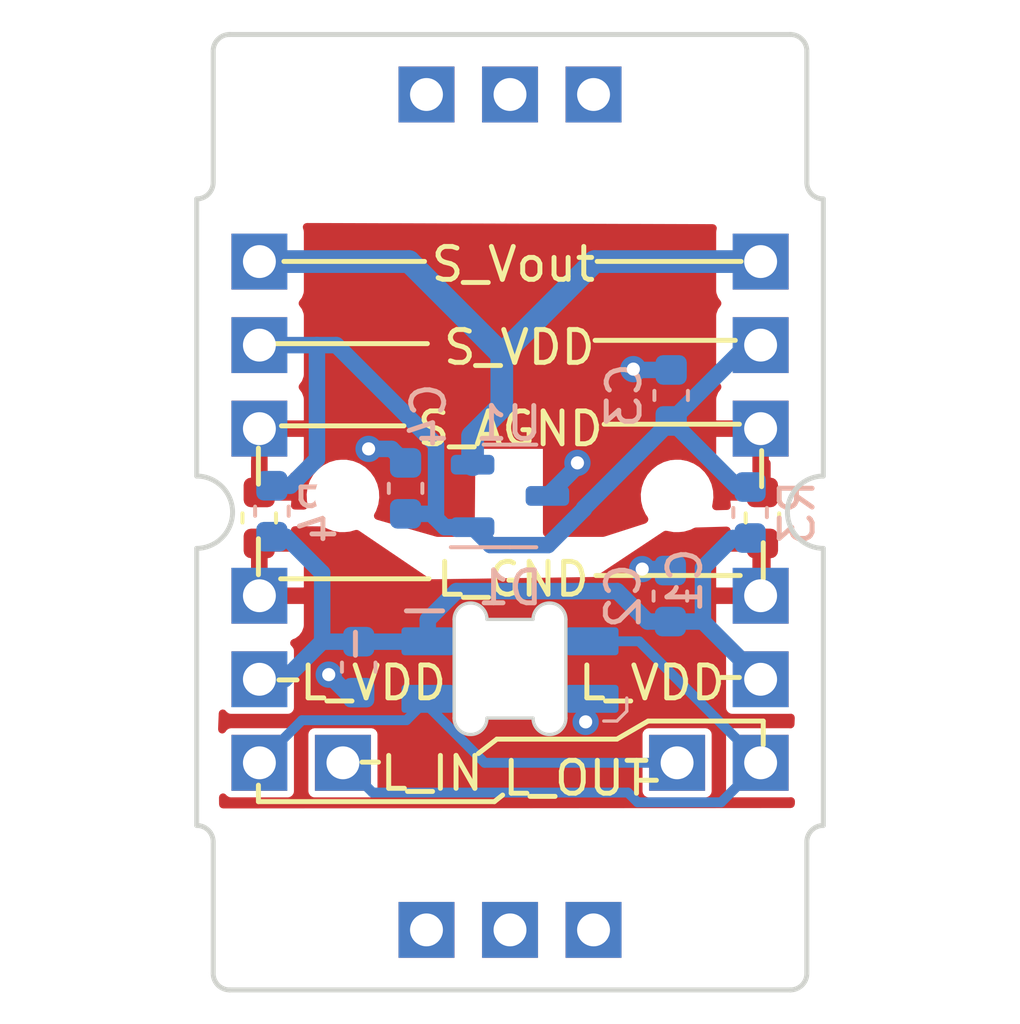
<source format=kicad_pcb>
(kicad_pcb (version 20221018) (generator pcbnew)
  (layers (0 "F.Cu" power) (31 "B.Cu" mixed) (34 "B.Paste" user) (35 "F.Paste" user) (36 "B.SilkS" user "B.Silkscreen") (37 "F.SilkS" user "F.Silkscreen") (38 "B.Mask" user) (39 "F.Mask" user) (44 "Edge.Cuts" user))
  (net 0 "")
  (net 1 "GNDA")
  (net 2 "VDDA")
  (net 3 "GNDD")
  (net 4 "VDD")
  (net 5 "LED_IN")
  (net 6 "LED_OUT")
  (net 7 "Vout")
  (footprint "MountingHole:MountingHole_2.2mm_M2" (layer "F.Cu") (at 106.025 111.525)
    (fp_text reference "H2" hide)
    (fp_text value "MountingHole_2.2mm_M2")
    (pad "" np_thru_hole circle (at 0 0) (size 2.2 2.2) (drill 2.2) (layers "*.Cu" "*.Mask"))
  )
  (footprint "Capacitor_SMD:C_0603_1608Metric" (layer "F.Cu") (at 92.375 100.175 90)
    (fp_text reference "R2" hide)
    (fp_text value "R")
    (fp_line (start -0.14058 -0.51) (end 0.14058 -0.51) (stroke (width 0.12)) (layer "F.SilkS"))
    (fp_line (start -0.14058 0.51) (end 0.14058 0.51) (stroke (width 0.12)) (layer "F.SilkS"))
    (pad "1" smd roundrect (at -0.775 0 90) (size 0.9 0.95) (layers "F.Cu" "F.Paste" "F.Mask") (net 3 "GNDD"))
    (pad "2" smd roundrect (at 0.775 0 90) (size 0.9 0.95) (layers "F.Cu" "F.Paste" "F.Mask") (net 1 "GNDA"))
  )
  (footprint "" (layer "F.Cu") (at 97.46 87.3)
    (fp_text reference "" (at 0 0) (layer "F.SilkS") (effects (font (size 1.27 1.27))))
    (fp_text value "" (at 0 0) (layer "F.SilkS") (effects (font (size 1.27 1.27))))
    (pad "1" thru_hole rect (at 0 0) (size 1.7 1.7) (drill 1) (layers "*.Cu" "*.Mask"))
  )
  (footprint "" (layer "F.Cu") (at 100 112.7 90)
    (fp_text reference "" (at 0 0 90) (layer "F.SilkS") (effects (font (size 1.27 1.27))))
    (fp_text value "" (at 0 0 90) (layer "F.SilkS") (effects (font (size 1.27 1.27))))
    (pad "1" thru_hole rect (at 0 0 90) (size 1.7 1.7) (drill 1) (layers "*.Cu" "*.Mask"))
  )
  (footprint "Capacitor_SMD:C_0603_1608Metric" (layer "F.Cu") (at 107.675 100.175 90)
    (fp_text reference "R1" hide)
    (fp_text value "R")
    (fp_line (start -0.14058 -0.51) (end 0.14058 -0.51) (stroke (width 0.12)) (layer "F.SilkS"))
    (fp_line (start -0.14058 0.51) (end 0.14058 0.51) (stroke (width 0.12)) (layer "F.SilkS"))
    (pad "1" smd roundrect (at -0.775 0 90) (size 0.9 0.95) (layers "F.Cu" "F.Paste" "F.Mask") (net 3 "GNDD"))
    (pad "2" smd roundrect (at 0.775 0 90) (size 0.9 0.95) (layers "F.Cu" "F.Paste" "F.Mask") (net 1 "GNDA"))
  )
  (footprint "" (layer "F.Cu") (at 100 87.3)
    (fp_text reference "" (at 0 0) (layer "F.SilkS") (effects (font (size 1.27 1.27))))
    (fp_text value "" (at 0 0) (layer "F.SilkS") (effects (font (size 1.27 1.27))))
    (pad "1" thru_hole rect (at 0 0) (size 1.7 1.7) (drill 1) (layers "*.Cu" "*.Mask"))
  )
  (footprint "Button_Switch_Keyboard:SW_Lekker_MX_1.00u_PCB" (layer "F.Cu") (at 100 99.505433 180)
    (fp_text reference "SW" hide)
    (fp_text value "SW_Lekker_MX_1.00u_PCB")
    (pad "" np_thru_hole circle (at -5.08 0 180) (size 1.7 1.7) (drill 1.7) (layers "*.Cu" "*.Mask"))
    (pad "" np_thru_hole circle (at 5.08 0 180) (size 1.7 1.7) (drill 1.7) (layers "*.Cu" "*.Mask"))
  )
  (footprint "" (layer "F.Cu") (at 102.54 112.7)
    (fp_text reference "" (at 0 0) (layer "F.SilkS") (effects (font (size 1.27 1.27))))
    (fp_text value "" (at 0 0) (layer "F.SilkS") (effects (font (size 1.27 1.27))))
    (pad "1" thru_hole rect (at 0 0 90) (size 1.7 1.7) (drill 1) (layers "*.Cu" "*.Mask"))
  )
  (footprint "MountingHole:MountingHole_2.2mm_M2" (layer "F.Cu") (at 106.025 88.475)
    (fp_text reference "H2" hide)
    (fp_text value "MountingHole_2.2mm_M2")
    (pad "" np_thru_hole circle (at 0 0) (size 2.2 2.2) (drill 2.2) (layers "*.Cu" "*.Mask"))
  )
  (footprint "MountingHole:MountingHole_2.2mm_M2" (layer "F.Cu") (at 93.975 88.475)
    (fp_text reference "H1" hide)
    (fp_text value "MountingHole_2.2mm_M2")
    (pad "" np_thru_hole circle (at 0 0) (size 2.2 2.2) (drill 2.2) (layers "*.Cu" "*.Mask"))
  )
  (footprint "MountingHole:MountingHole_2.2mm_M2" (layer "F.Cu") (at 93.975 111.525)
    (fp_text reference "H1" hide)
    (fp_text value "MountingHole_2.2mm_M2")
    (pad "" np_thru_hole circle (at 0 0) (size 2.2 2.2) (drill 2.2) (layers "*.Cu" "*.Mask"))
  )
  (footprint "Panelization:mouse-bite-19mm" (layer "F.Cu") (at 100 109.525)
    (fp_text reference "MOUSE2" hide)
    (fp_text value "mouse-bite-19mm" hide)
    (pad "" np_thru_hole circle (at -8.25 0) (size 0.5 0.5) (drill 0.5) (layers "*.Cu" "*.Mask"))
    (pad "" np_thru_hole circle (at -7.5 0) (size 0.5 0.5) (drill 0.5) (layers "*.Cu" "*.Mask"))
    (pad "" np_thru_hole circle (at -6.75 0) (size 0.5 0.5) (drill 0.5) (layers "*.Cu" "*.Mask"))
    (pad "" np_thru_hole circle (at -6 0) (size 0.5 0.5) (drill 0.5) (layers "*.Cu" "*.Mask"))
    (pad "" np_thru_hole circle (at -5.25 0) (size 0.5 0.5) (drill 0.5) (layers "*.Cu" "*.Mask"))
    (pad "" np_thru_hole circle (at -4.5 0) (size 0.5 0.5) (drill 0.5) (layers "*.Cu" "*.Mask"))
    (pad "" np_thru_hole circle (at -3.75 0) (size 0.5 0.5) (drill 0.5) (layers "*.Cu" "*.Mask"))
    (pad "" np_thru_hole circle (at -3 0) (size 0.5 0.5) (drill 0.5) (layers "*.Cu" "*.Mask"))
    (pad "" np_thru_hole circle (at -2.25 0) (size 0.5 0.5) (drill 0.5) (layers "*.Cu" "*.Mask"))
    (pad "" np_thru_hole circle (at -1.5 0) (size 0.5 0.5) (drill 0.5) (layers "*.Cu" "*.Mask"))
    (pad "" np_thru_hole circle (at -0.75 0) (size 0.5 0.5) (drill 0.5) (layers "*.Cu" "*.Mask"))
    (pad "" np_thru_hole circle (at 0 0) (size 0.5 0.5) (drill 0.5) (layers "*.Cu" "*.Mask"))
    (pad "" np_thru_hole circle (at 0.75 0) (size 0.5 0.5) (drill 0.5) (layers "*.Cu" "*.Mask"))
    (pad "" np_thru_hole circle (at 1.5 0) (size 0.5 0.5) (drill 0.5) (layers "*.Cu" "*.Mask"))
    (pad "" np_thru_hole circle (at 2.25 0) (size 0.5 0.5) (drill 0.5) (layers "*.Cu" "*.Mask"))
    (pad "" np_thru_hole circle (at 3 0) (size 0.5 0.5) (drill 0.5) (layers "*.Cu" "*.Mask"))
    (pad "" np_thru_hole circle (at 3.75 0) (size 0.5 0.5) (drill 0.5) (layers "*.Cu" "*.Mask"))
    (pad "" np_thru_hole circle (at 4.5 0) (size 0.5 0.5) (drill 0.5) (layers "*.Cu" "*.Mask"))
    (pad "" np_thru_hole circle (at 5.25 0) (size 0.5 0.5) (drill 0.5) (layers "*.Cu" "*.Mask"))
    (pad "" np_thru_hole circle (at 6 0) (size 0.5 0.5) (drill 0.5) (layers "*.Cu" "*.Mask"))
    (pad "" np_thru_hole circle (at 6.75 0) (size 0.5 0.5) (drill 0.5) (layers "*.Cu" "*.Mask"))
    (pad "" np_thru_hole circle (at 7.5 0) (size 0.5 0.5) (drill 0.5) (layers "*.Cu" "*.Mask"))
    (pad "" np_thru_hole circle (at 8.25 0) (size 0.5 0.5) (drill 0.5) (layers "*.Cu" "*.Mask"))
  )
  (footprint "" (layer "F.Cu") (at 97.46 112.7)
    (fp_text reference "" (at 0 0) (layer "F.SilkS") (effects (font (size 1.27 1.27))))
    (fp_text value "" (at 0 0) (layer "F.SilkS") (effects (font (size 1.27 1.27))))
    (pad "1" thru_hole rect (at 0 0 90) (size 1.7 1.7) (drill 1) (layers "*.Cu" "*.Mask"))
  )
  (footprint "Panelization:mouse-bite-19mm" (layer "F.Cu") (at 99.9746 90.475)
    (fp_text reference "MOUSE1" hide)
    (fp_text value "mouse-bite-19mm" hide)
    (pad "" np_thru_hole circle (at -8.25 0) (size 0.5 0.5) (drill 0.5) (layers "*.Cu" "*.Mask"))
    (pad "" np_thru_hole circle (at -7.5 0) (size 0.5 0.5) (drill 0.5) (layers "*.Cu" "*.Mask"))
    (pad "" np_thru_hole circle (at -6.75 0) (size 0.5 0.5) (drill 0.5) (layers "*.Cu" "*.Mask"))
    (pad "" np_thru_hole circle (at -6 0) (size 0.5 0.5) (drill 0.5) (layers "*.Cu" "*.Mask"))
    (pad "" np_thru_hole circle (at -5.25 0) (size 0.5 0.5) (drill 0.5) (layers "*.Cu" "*.Mask"))
    (pad "" np_thru_hole circle (at -4.5 0) (size 0.5 0.5) (drill 0.5) (layers "*.Cu" "*.Mask"))
    (pad "" np_thru_hole circle (at -3.75 0) (size 0.5 0.5) (drill 0.5) (layers "*.Cu" "*.Mask"))
    (pad "" np_thru_hole circle (at -3 0) (size 0.5 0.5) (drill 0.5) (layers "*.Cu" "*.Mask"))
    (pad "" np_thru_hole circle (at -2.25 0) (size 0.5 0.5) (drill 0.5) (layers "*.Cu" "*.Mask"))
    (pad "" np_thru_hole circle (at -1.5 0) (size 0.5 0.5) (drill 0.5) (layers "*.Cu" "*.Mask"))
    (pad "" np_thru_hole circle (at -0.75 0) (size 0.5 0.5) (drill 0.5) (layers "*.Cu" "*.Mask"))
    (pad "" np_thru_hole circle (at 0 0) (size 0.5 0.5) (drill 0.5) (layers "*.Cu" "*.Mask"))
    (pad "" np_thru_hole circle (at 0.75 0) (size 0.5 0.5) (drill 0.5) (layers "*.Cu" "*.Mask"))
    (pad "" np_thru_hole circle (at 1.5 0) (size 0.5 0.5) (drill 0.5) (layers "*.Cu" "*.Mask"))
    (pad "" np_thru_hole circle (at 2.25 0) (size 0.5 0.5) (drill 0.5) (layers "*.Cu" "*.Mask"))
    (pad "" np_thru_hole circle (at 3 0) (size 0.5 0.5) (drill 0.5) (layers "*.Cu" "*.Mask"))
    (pad "" np_thru_hole circle (at 3.75 0) (size 0.5 0.5) (drill 0.5) (layers "*.Cu" "*.Mask"))
    (pad "" np_thru_hole circle (at 4.5 0) (size 0.5 0.5) (drill 0.5) (layers "*.Cu" "*.Mask"))
    (pad "" np_thru_hole circle (at 5.25 0) (size 0.5 0.5) (drill 0.5) (layers "*.Cu" "*.Mask"))
    (pad "" np_thru_hole circle (at 6 0) (size 0.5 0.5) (drill 0.5) (layers "*.Cu" "*.Mask"))
    (pad "" np_thru_hole circle (at 6.75 0) (size 0.5 0.5) (drill 0.5) (layers "*.Cu" "*.Mask"))
    (pad "" np_thru_hole circle (at 7.5 0) (size 0.5 0.5) (drill 0.5) (layers "*.Cu" "*.Mask"))
    (pad "" np_thru_hole circle (at 8.25 0) (size 0.5 0.5) (drill 0.5) (layers "*.Cu" "*.Mask"))
  )
  (footprint "" (layer "F.Cu") (at 102.54 87.3)
    (fp_text reference "" (at 0 0) (layer "F.SilkS") (effects (font (size 1.27 1.27))))
    (fp_text value "" (at 0 0) (layer "F.SilkS") (effects (font (size 1.27 1.27))))
    (pad "1" thru_hole rect (at 0 0) (size 1.7 1.7) (drill 1) (layers "*.Cu" "*.Mask"))
  )
  (footprint "Connector_PinHeader_2.54mm:PinHeader_1x01_P2.54mm_Vertical" (layer "B.Cu") (at 107.62 92.38 180)
    (fp_text reference "J9" hide)
    (fp_text value "Conn_01x01_Pin")
    (pad "1" thru_hole rect (at 0 0 180) (size 1.7 1.7) (drill 1) (layers "*.Cu" "*.Mask") (net 7 "Vout"))
  )
  (footprint "Connector_PinHeader_2.54mm:PinHeader_1x01_P2.54mm_Vertical" (layer "B.Cu") (at 107.62 94.92 180)
    (fp_text reference "J6" hide)
    (fp_text value "Conn_01x01_Pin")
    (pad "1" thru_hole rect (at 0 0 180) (size 1.7 1.7) (drill 1) (layers "*.Cu" "*.Mask") (net 2 "VDDA"))
  )
  (footprint "Connector_PinHeader_2.54mm:PinHeader_1x01_P2.54mm_Vertical" (layer "B.Cu") (at 92.38 105.08 180)
    (fp_text reference "J2" hide)
    (fp_text value "Conn_01x01_Pin")
    (pad "1" thru_hole rect (at 0 0 180) (size 1.7 1.7) (drill 1) (layers "*.Cu" "*.Mask") (net 4 "VDD"))
  )
  (footprint "Connector_PinHeader_2.54mm:PinHeader_1x01_P2.54mm_Vertical" (layer "B.Cu") (at 92.38 102.54 180)
    (fp_text reference "J8" hide)
    (fp_text value "Conn_01x01_Pin")
    (pad "1" thru_hole rect (at 0 0 180) (size 1.7 1.7) (drill 1) (layers "*.Cu" "*.Mask") (net 3 "GNDD"))
  )
  (footprint "Connector_PinHeader_2.54mm:PinHeader_1x01_P2.54mm_Vertical" (layer "B.Cu") (at 92.38 107.62 180)
    (fp_text reference "J12" hide)
    (fp_text value "Conn_01x01_Pin")
    (pad "1" thru_hole rect (at 0 0 180) (size 1.7 1.7) (drill 1) (layers "*.Cu" "*.Mask") (net 6 "LED_OUT"))
  )
  (footprint "Capacitor_SMD:C_0603_1608Metric" (layer "B.Cu") (at 104.9 96.45 -90)
    (fp_text reference "C3" (at 0 1.43 90) (layer "B.SilkS") (effects (justify mirror)))
    (fp_text value "10u")
    (fp_line (start -0.14058 -0.51) (end 0.14058 -0.51) (stroke (width 0.12)) (layer "B.SilkS"))
    (fp_line (start -0.14058 0.51) (end 0.14058 0.51) (stroke (width 0.12)) (layer "B.SilkS"))
    (pad "1" smd roundrect (at -0.775 0 270) (size 0.9 0.95) (layers "B.Cu" "B.Paste" "B.Mask") (net 1 "GNDA"))
    (pad "2" smd roundrect (at 0.775 0 270) (size 0.9 0.95) (layers "B.Cu" "B.Paste" "B.Mask") (net 2 "VDDA"))
  )
  (footprint "Connector_PinHeader_2.54mm:PinHeader_1x01_P2.54mm_Vertical" (layer "B.Cu") (at 92.38 97.46 180)
    (fp_text reference "J3" hide)
    (fp_text value "Conn_01x01_Pin")
    (pad "1" thru_hole rect (at 0 0 180) (size 1.7 1.7) (drill 1) (layers "*.Cu" "*.Mask") (net 1 "GNDA"))
  )
  (footprint "Connector_PinHeader_2.54mm:PinHeader_1x01_P2.54mm_Vertical" (layer "B.Cu") (at 92.38 94.92 180)
    (fp_text reference "J5" hide)
    (fp_text value "Conn_01x01_Pin")
    (pad "1" thru_hole rect (at 0 0 180) (size 1.7 1.7) (drill 1) (layers "*.Cu" "*.Mask") (net 2 "VDDA"))
  )
  (footprint "Connector_PinHeader_2.54mm:PinHeader_1x01_P2.54mm_Vertical" (layer "B.Cu") (at 107.62 105.08 180)
    (fp_text reference "J1" hide)
    (fp_text value "Conn_01x01_Pin")
    (pad "1" thru_hole rect (at 0 0 180) (size 1.7 1.7) (drill 1) (layers "*.Cu" "*.Mask") (net 4 "VDD"))
  )
  (footprint "prettylib:SK6812_mini_e_flipable" (layer "B.Cu") (at 100 104.8)
    (fp_text reference "D1" (at 0 -2.5) (layer "B.SilkS") (effects (justify mirror)))
    (fp_text value "SK6812MINI-E")
    (fp_line (start 3.25 1.55) (end 2.85 1.55) (stroke (width 0.1)) (layer "B.SilkS"))
    (fp_line (start 3.25 1.55) (end 3.55 1.25) (stroke (width 0.1)) (layer "B.SilkS"))
    (fp_line (start 3.55 1.25) (end 3.55 0.85) (stroke (width 0.1)) (layer "B.SilkS"))
    (fp_line (start -1.7 1.46) (end -1.7 -1.54) (stroke (width 0.1)) (layer "Edge.Cuts"))
    (fp_line (start -0.7 -1.54) (end 0.7 -1.54) (stroke (width 0.1)) (layer "Edge.Cuts"))
    (fp_line (start -0.7 1.46) (end 0.7 1.46) (stroke (width 0.1)) (layer "Edge.Cuts"))
    (fp_line (start 1.7 -1.54) (end 1.7 1.46) (stroke (width 0.1)) (layer "Edge.Cuts"))
    (fp_arc (start -1.7 -1.54) (mid -1.2 -2.04) (end -0.7 -1.54) (stroke (width 0.1)) (layer "Edge.Cuts"))
    (fp_arc (start -0.7 1.46) (mid -1.2 1.96) (end -1.7 1.46) (stroke (width 0.1)) (layer "Edge.Cuts"))
    (fp_arc (start 0.7 -1.54) (mid 1.2 -2.04) (end 1.7 -1.54) (stroke (width 0.1)) (layer "Edge.Cuts"))
    (fp_arc (start 1.7 1.46) (mid 1.2 1.96) (end 0.7 1.46) (stroke (width 0.1)) (layer "Edge.Cuts"))
    (pad "1" smd roundrect (at -2.5 -0.875) (size 1.6 0.85) (layers "B.Cu" "B.Paste" "B.Mask") (roundrect_rratio 0.1176470588) (net 4 "VDD"))
    (pad "2" smd roundrect (at -2.5 0.875 180) (size 1.6 0.85) (layers "B.Cu" "B.Paste" "B.Mask") (roundrect_rratio 0.1176470588) (net 6 "LED_OUT"))
    (pad "3" smd roundrect (at 2.5 0.875 180) (size 1.6 0.85) (layers "B.Cu" "B.Paste" "B.Mask") (roundrect_rratio 0.1176470588) (net 3 "GNDD"))
    (pad "4" smd roundrect (at 2.5 -0.875) (size 1.6 0.85) (layers "B.Cu" "B.Paste" "B.Mask") (roundrect_rratio 0.1176470588) (net 5 "LED_IN"))
  )
  (footprint "Package_TO_SOT_SMD:SOT-23-3" (layer "B.Cu") (at 100 99.505433)
    (fp_text reference "U1" (at -0.039676 -2.205433) (layer "B.SilkS") (effects (justify mirror)))
    (fp_text value "SLSS49E")
    (fp_line (start 0 -1.56) (end -0.8 -1.56) (stroke (width 0.12)) (layer "B.SilkS"))
    (fp_line (start 0 -1.56) (end 0.8 -1.56) (stroke (width 0.12)) (layer "B.SilkS"))
    (fp_line (start 0 1.56) (end -1.8 1.56) (stroke (width 0.12)) (layer "B.SilkS"))
    (fp_line (start 0 1.56) (end 0.8 1.56) (stroke (width 0.12)) (layer "B.SilkS"))
    (pad "1" smd roundrect (at -1.1375 0.95) (size 1.325 0.6) (layers "B.Cu" "B.Paste" "B.Mask") (net 2 "VDDA"))
    (pad "2" smd roundrect (at -1.1375 -0.95) (size 1.325 0.6) (layers "B.Cu" "B.Paste" "B.Mask") (net 7 "Vout"))
    (pad "3" smd roundrect (at 1.1375 0) (size 1.325 0.6) (layers "B.Cu" "B.Paste" "B.Mask") (net 1 "GNDA"))
  )
  (footprint "Connector_PinHeader_2.54mm:PinHeader_1x01_P2.54mm_Vertical" (layer "B.Cu") (at 92.38 92.38 180)
    (fp_text reference "J10" hide)
    (fp_text value "Conn_01x01_Pin")
    (pad "1" thru_hole rect (at 0 0 180) (size 1.7 1.7) (drill 1) (layers "*.Cu" "*.Mask") (net 7 "Vout"))
  )
  (footprint "Capacitor_SMD:C_0603_1608Metric" (layer "B.Cu") (at 92.76 99.97 90)
    (fp_text reference "R4" (at 0 1.43 90) (layer "B.SilkS") (effects (justify mirror)))
    (fp_text value "R")
    (fp_line (start -0.14058 -0.51) (end 0.14058 -0.51) (stroke (width 0.12)) (layer "B.SilkS"))
    (fp_line (start -0.14058 0.51) (end 0.14058 0.51) (stroke (width 0.12)) (layer "B.SilkS"))
    (pad "1" smd roundrect (at -0.775 0 90) (size 0.9 0.95) (layers "B.Cu" "B.Paste" "B.Mask") (net 4 "VDD"))
    (pad "2" smd roundrect (at 0.775 0 90) (size 0.9 0.95) (layers "B.Cu" "B.Paste" "B.Mask") (net 2 "VDDA"))
  )
  (footprint "Connector_PinHeader_2.54mm:PinHeader_1x01_P2.54mm_Vertical" (layer "B.Cu") (at 107.62 102.54 180)
    (fp_text reference "J7" hide)
    (fp_text value "Conn_01x01_Pin")
    (pad "1" thru_hole rect (at 0 0 180) (size 1.7 1.7) (drill 1) (layers "*.Cu" "*.Mask") (net 3 "GNDD"))
  )
  (footprint "Capacitor_SMD:C_0603_1608Metric" (layer "B.Cu") (at 107.3 100.01 90)
    (fp_text reference "R3" (at 0 1.43 90) (layer "B.SilkS") (effects (justify mirror)))
    (fp_text value "R")
    (fp_line (start -0.14058 -0.51) (end 0.14058 -0.51) (stroke (width 0.12)) (layer "B.SilkS"))
    (fp_line (start -0.14058 0.51) (end 0.14058 0.51) (stroke (width 0.12)) (layer "B.SilkS"))
    (pad "1" smd roundrect (at -0.775 0 90) (size 0.9 0.95) (layers "B.Cu" "B.Paste" "B.Mask") (net 4 "VDD"))
    (pad "2" smd roundrect (at 0.775 0 90) (size 0.9 0.95) (layers "B.Cu" "B.Paste" "B.Mask") (net 2 "VDDA"))
  )
  (footprint "Connector_PinHeader_2.54mm:PinHeader_1x01_P2.54mm_Vertical" (layer "B.Cu") (at 107.62 107.62 180)
    (fp_text reference "J14" hide)
    (fp_text value "Conn_01x01_Pin")
    (pad "1" thru_hole rect (at 0 0 180) (size 1.7 1.7) (drill 1) (layers "*.Cu" "*.Mask") (net 5 "LED_IN"))
  )
  (footprint "Connector_PinHeader_2.54mm:PinHeader_1x01_P2.54mm_Vertical" (layer "B.Cu") (at 105.08 107.62 180)
    (fp_text reference "J11" hide)
    (fp_text value "Conn_01x01_Pin")
    (pad "1" thru_hole rect (at 0 0 180) (size 1.7 1.7) (drill 1) (layers "*.Cu" "*.Mask") (net 6 "LED_OUT"))
  )
  (footprint "Capacitor_SMD:C_0603_1608Metric" (layer "B.Cu") (at 104.875 102.55 -90)
    (fp_text reference "C2" (at 0 1.43 90) (layer "B.SilkS") (effects (justify mirror)))
    (fp_text value "10u")
    (fp_line (start -0.14058 -0.51) (end 0.14058 -0.51) (stroke (width 0.12)) (layer "B.SilkS"))
    (fp_line (start -0.14058 0.51) (end 0.14058 0.51) (stroke (width 0.12)) (layer "B.SilkS"))
    (pad "1" smd roundrect (at -0.775 0 270) (size 0.9 0.95) (layers "B.Cu" "B.Paste" "B.Mask") (net 3 "GNDD"))
    (pad "2" smd roundrect (at 0.775 0 270) (size 0.9 0.95) (layers "B.Cu" "B.Paste" "B.Mask") (net 4 "VDD"))
  )
  (footprint "Capacitor_SMD:C_0603_1608Metric" (layer "B.Cu") (at 96.825 99.275 -90)
    (fp_text reference "C4" (at -2.211683 -0.7 90) (layer "B.SilkS") (effects (justify mirror)))
    (fp_text value "100n")
    (fp_line (start -0.14058 -0.51) (end 0.14058 -0.51) (stroke (width 0.12)) (layer "B.SilkS"))
    (fp_line (start -0.14058 0.51) (end 0.14058 0.51) (stroke (width 0.12)) (layer "B.SilkS"))
    (pad "1" smd roundrect (at -0.775 0 270) (size 0.9 0.95) (layers "B.Cu" "B.Paste" "B.Mask") (net 1 "GNDA"))
    (pad "2" smd roundrect (at 0.775 0 270) (size 0.9 0.95) (layers "B.Cu" "B.Paste" "B.Mask") (net 2 "VDDA"))
  )
  (footprint "Capacitor_SMD:C_0603_1608Metric" (layer "B.Cu") (at 95.4 104.711683 90)
    (fp_text reference "C1" (at 2.636683 9.914675 90) (layer "B.SilkS") (effects (justify mirror)))
    (fp_text value "100n")
    (fp_line (start -0.14058 -0.51) (end 0.14058 -0.51) (stroke (width 0.12)) (layer "B.SilkS"))
    (fp_line (start -0.14058 0.51) (end 0.14058 0.51) (stroke (width 0.12)) (layer "B.SilkS"))
    (pad "1" smd roundrect (at -0.775 0 90) (size 0.9 0.95) (layers "B.Cu" "B.Paste" "B.Mask") (net 3 "GNDD"))
    (pad "2" smd roundrect (at 0.775 0 90) (size 0.9 0.95) (layers "B.Cu" "B.Paste" "B.Mask") (net 4 "VDD"))
  )
  (footprint "Connector_PinHeader_2.54mm:PinHeader_1x01_P2.54mm_Vertical" (layer "B.Cu") (at 94.92 107.62 180)
    (fp_text reference "J13" hide)
    (fp_text value "Conn_01x01_Pin")
    (pad "1" thru_hole rect (at 0 0 180) (size 1.7 1.7) (drill 1) (layers "*.Cu" "*.Mask") (net 5 "LED_IN"))
  )
  (footprint "Connector_PinHeader_2.54mm:PinHeader_1x01_P2.54mm_Vertical" (layer "B.Cu") (at 107.62 97.46 180)
    (fp_text reference "J4" hide)
    (fp_text value "Conn_01x01_Pin")
    (pad "1" thru_hole rect (at 0 0 180) (size 1.7 1.7) (drill 1) (layers "*.Cu" "*.Mask") (net 1 "GNDA"))
  )
  (gr_line (start 97.95 103) (end 96.85 103) (stroke (width 0.15)) (layer "B.SilkS"))
  (gr_line (start 95.3 103.65) (end 95.3 104.35) (stroke (width 0.15)) (layer "B.SilkS"))
  (gr_line (start 106.975 97.325) (end 102.8625 97.325) (stroke (width 0.15)) (layer "F.SilkS"))
  (gr_line (start 93.525 105.1) (end 92.975 105.1) (stroke (width 0.15)) (layer "F.SilkS"))
  (gr_line (start 107.65 98.128125) (end 107.65 99.221875) (stroke (width 0.15)) (layer "F.SilkS"))
  (gr_line (start 107.025 92.375) (end 102.65 92.375) (stroke (width 0.15)) (layer "F.SilkS"))
  (gr_line (start 92.35 98.053125) (end 92.35 99.146875) (stroke (width 0.15)) (layer "F.SilkS"))
  (gr_line (start 107.7 106.35) (end 104.2 106.35) (stroke (width 0.15)) (layer "F.SilkS"))
  (gr_line (start 97.5375 102.025) (end 93.025 102.025) (stroke (width 0.15)) (layer "F.SilkS"))
  (gr_line (start 107 101.925) (end 102.6125 101.925) (stroke (width 0.15)) (layer "F.SilkS"))
  (gr_line (start 96.775 97.375) (end 93.05 97.375) (stroke (width 0.15)) (layer "F.SilkS"))
  (gr_line (start 99.525 108.8) (end 99.775 108.6) (stroke (width 0.15)) (layer "F.SilkS"))
  (gr_line (start 106.975 105.025) (end 106.425 105.025) (stroke (width 0.15)) (layer "F.SilkS"))
  (gr_line (start 96 107.6) (end 95.5 107.6) (stroke (width 0.15)) (layer "F.SilkS"))
  (gr_line (start 99.6 106.9) (end 103.25 106.9) (stroke (width 0.15)) (layer "F.SilkS"))
  (gr_line (start 99.0375 107.3375) (end 99.6 106.9) (stroke (width 0.15)) (layer "F.SilkS"))
  (gr_line (start 106.85 94.775) (end 102.5875 94.775) (stroke (width 0.15)) (layer "F.SilkS"))
  (gr_line (start 92.35 108.8) (end 92.35 108.3) (stroke (width 0.15)) (layer "F.SilkS"))
  (gr_line (start 97.4875 94.875) (end 92.875 94.875) (stroke (width 0.15)) (layer "F.SilkS"))
  (gr_line (start 99.525 108.8) (end 92.35 108.8) (stroke (width 0.15)) (layer "F.SilkS"))
  (gr_line (start 104.45 108.15) (end 103.95 108.15) (stroke (width 0.15)) (layer "F.SilkS"))
  (gr_line (start 92.35 100.80625) (end 92.35 101.9) (stroke (width 0.15)) (layer "F.SilkS"))
  (gr_line (start 97.4 92.375) (end 93.125 92.375) (stroke (width 0.15)) (layer "F.SilkS"))
  (gr_line (start 107.7 100.928125) (end 107.7 102.021875) (stroke (width 0.15)) (layer "F.SilkS"))
  (gr_line (start 103.25 106.9) (end 104.2 106.35) (stroke (width 0.15)) (layer "F.SilkS"))
  (gr_line (start 107.7 106.35) (end 107.7 107.075) (stroke (width 0.15)) (layer "F.SilkS"))
  (gr_line (start 109.025 89.975) (end 109.025 85.975) (stroke (width 0.15)) (layer "Edge.Cuts"))
  (gr_line (start 90.975 89.975) (end 90.975 85.975) (stroke (width 0.15)) (layer "Edge.Cuts"))
  (gr_arc (start 90.475 109.525) (mid 90.828555 109.671445) (end 90.975 110.025) (stroke (width 0.15)) (layer "Edge.Cuts"))
  (gr_line (start 90.475 90.475) (end 90.475 98.9) (stroke (width 0.15)) (layer "Edge.Cuts"))
  (gr_line (start 109.025 110.025) (end 109.025 114.025) (stroke (width 0.15)) (layer "Edge.Cuts"))
  (gr_line (start 109.525 101.1) (end 109.525 109.525) (stroke (width 0.15)) (layer "Edge.Cuts"))
  (gr_line (start 109.525 90.475) (end 109.525 98.9) (stroke (width 0.15)) (layer "Edge.Cuts"))
  (gr_line (start 90.475 101.1) (end 90.475 109.525) (stroke (width 0.15)) (layer "Edge.Cuts"))
  (gr_arc (start 90.475 98.9) (mid 91.575 100) (end 90.475 101.1) (stroke (width 0.15)) (layer "Edge.Cuts"))
  (gr_line (start 108.525 114.525) (end 91.475 114.525) (stroke (width 0.15)) (layer "Edge.Cuts"))
  (gr_arc (start 109.025 110.025) (mid 109.171446 109.671446) (end 109.525 109.525) (stroke (width 0.15)) (layer "Edge.Cuts"))
  (gr_arc (start 109.525 90.475) (mid 109.171446 90.328554) (end 109.025 89.975) (stroke (width 0.15)) (layer "Edge.Cuts"))
  (gr_arc (start 90.975 89.975) (mid 90.828554 90.328554) (end 90.475 90.475) (stroke (width 0.15)) (layer "Edge.Cuts"))
  (gr_arc (start 109.025 114.025) (mid 108.878553 114.378553) (end 108.525 114.525) (stroke (width 0.15)) (layer "Edge.Cuts"))
  (gr_arc (start 108.525 85.475) (mid 108.878553 85.621447) (end 109.025 85.975) (stroke (width 0.15)) (layer "Edge.Cuts"))
  (gr_arc (start 90.975 85.975) (mid 91.121447 85.621447) (end 91.475 85.475) (stroke (width 0.15)) (layer "Edge.Cuts"))
  (gr_arc (start 91.475 114.525) (mid 91.121447 114.378553) (end 90.975 114.025) (stroke (width 0.15)) (layer "Edge.Cuts"))
  (gr_line (start 90.975 110.025) (end 90.975 114.025) (stroke (width 0.15)) (layer "Edge.Cuts"))
  (gr_arc (start 109.525 101.1) (mid 108.425 100) (end 109.525 98.9) (stroke (width 0.15)) (layer "Edge.Cuts"))
  (gr_line (start 91.475 85.475) (end 108.525 85.475) (stroke (width 0.15)) (layer "Edge.Cuts"))
  (gr_text "L_VDD" (at 93.525 105.775) (layer "F.SilkS") (effects (font (size 1 1)) (justify left bottom)))
  (gr_text "S_Vout" (at 97.525 93.05) (layer "F.SilkS") (effects (font (size 1 1)) (justify left bottom)))
  (gr_text "L_OUT" (at 99.7 108.675) (layer "F.SilkS") (effects (font (size 1 1)) (justify left bottom)))
  (gr_text "S_VDD" (at 97.9 95.575) (layer "F.SilkS") (effects (font (size 1 1)) (justify left bottom)))
  (gr_text "L_GND" (at 97.675 102.625) (layer "F.SilkS") (effects (font (size 1 1)) (justify left bottom)))
  (gr_text "S_AGND" (at 97.1 98.05) (layer "F.SilkS") (effects (font (size 1 1)) (justify left bottom)))
  (gr_text "L_IN" (at 95.975 108.525) (layer "F.SilkS") (effects (font (size 1 1)) (justify left bottom)))
  (gr_text "L_VDD" (at 102 105.775) (layer "F.SilkS") (effects (font (size 1 1)) (justify left bottom)))
  (via (at 103.75 95.65) (size 0.8) (drill 0.4) (layers "F.Cu" "B.Cu") (net 1))
  (via (at 95.7 98.075) (size 0.8) (drill 0.4) (layers "F.Cu" "B.Cu") (net 1))
  (via (at 102.05 98.5) (size 0.8) (drill 0.4) (layers "F.Cu" "B.Cu") (net 1))
  (segment (start 96.4 98.075) (end 96.825 98.5) (width 0.5) (layer "B.Cu") (net 1))
  (segment (start 104.9 95.675) (end 103.775 95.675) (width 0.5) (layer "B.Cu") (net 1))
  (segment (start 102.05 98.592933) (end 101.1375 99.505433) (width 0.5) (layer "B.Cu") (net 1))
  (segment (start 103.775 95.675) (end 103.75 95.65) (width 0.5) (layer "B.Cu") (net 1))
  (segment (start 95.7 98.075) (end 96.4 98.075) (width 0.5) (layer "B.Cu") (net 1))
  (segment (start 102.05 98.5) (end 102.05 98.592933) (width 0.5) (layer "B.Cu") (net 1))
  (segment (start 92.82 94.92) (end 92.38 94.92) (width 0.5) (layer "F.Cu") (net 2))
  (segment (start 97.75 97.95) (end 97.75 100.13) (width 0.5) (layer "B.Cu") (net 2))
  (segment (start 94.13 94.92) (end 94.72 94.92) (width 0.5) (layer "B.Cu") (net 2))
  (segment (start 94.13 98.386245) (end 93.321245 99.195) (width 0.5) (layer "B.Cu") (net 2))
  (segment (start 102.25 99.903961) (end 101.153961 101) (width 0.5) (layer "B.Cu") (net 2))
  (segment (start 99.407067 101) (end 98.8625 100.455433) (width 0.5) (layer "B.Cu") (net 2))
  (segment (start 94.72 94.92) (end 97.75 97.95) (width 0.5) (layer "B.Cu") (net 2))
  (segment (start 101.153961 101) (end 99.407067 101) (width 0.5) (layer "B.Cu") (net 2))
  (segment (start 92.38 94.92) (end 94.13 94.92) (width 0.5) (layer "B.Cu") (net 2))
  (segment (start 102.25 99.875) (end 102.25 99.903961) (width 0.5) (layer "B.Cu") (net 2))
  (segment (start 98.015433 100.455433) (end 97.72 100.16) (width 0.5) (layer "B.Cu") (net 2))
  (segment (start 93.321245 99.195) (end 92.76 99.195) (width 0.5) (layer "B.Cu") (net 2))
  (segment (start 97.75 100.13) (end 97.72 100.16) (width 0.5) (layer "B.Cu") (net 2))
  (segment (start 98.8625 100.455433) (end 98.015433 100.455433) (width 0.5) (layer "B.Cu") (net 2))
  (segment (start 107.205 94.92) (end 102.25 99.875) (width 0.5) (layer "B.Cu") (net 2))
  (segment (start 96.825 100.05) (end 97.61 100.05) (width 0.5) (layer "B.Cu") (net 2))
  (segment (start 106.91 99.235) (end 107.3 99.235) (width 0.5) (layer "B.Cu") (net 2))
  (segment (start 97.61 100.05) (end 97.72 100.16) (width 0.5) (layer "B.Cu") (net 2))
  (segment (start 94.13 94.92) (end 94.13 98.386245) (width 0.5) (layer "B.Cu") (net 2))
  (segment (start 104.9 97.225) (end 106.91 99.235) (width 0.5) (layer "B.Cu") (net 2))
  (segment (start 107.62 94.92) (end 107.205 94.92) (width 0.5) (layer "B.Cu") (net 2))
  (via (at 94.488188 104.938188) (size 0.8) (drill 0.4) (layers "F.Cu" "B.Cu") (net 3))
  (via (at 102.3 106.375) (size 0.8) (drill 0.4) (layers "F.Cu" "B.Cu") (net 3))
  (via (at 104.02 101.73) (size 0.8) (drill 0.4) (layers "F.Cu" "B.Cu") (net 3))
  (segment (start 94.488188 104.938188) (end 95.036683 105.486683) (width 0.5) (layer "B.Cu") (net 3))
  (segment (start 95.036683 105.486683) (end 95.4 105.486683) (width 0.5) (layer "B.Cu") (net 3))
  (segment (start 104.83 101.73) (end 104.875 101.775) (width 0.5) (layer "B.Cu") (net 3))
  (segment (start 104.02 101.73) (end 104.83 101.73) (width 0.5) (layer "B.Cu") (net 3))
  (segment (start 102.3 106.375) (end 102.3 105.875) (width 0.5) (layer "B.Cu") (net 3))
  (segment (start 102.3 105.875) (end 102.5 105.675) (width 0.5) (layer "B.Cu") (net 3))
  (segment (start 94.288317 103.936683) (end 95.4 103.936683) (width 0.5) (layer "B.Cu") (net 4))
  (segment (start 92.76 100.745) (end 93.185 100.745) (width 0.5) (layer "B.Cu") (net 4))
  (segment (start 98.37 102.4) (end 97.5 103.27) (width 0.5) (layer "B.Cu") (net 4))
  (segment (start 93.145 105.08) (end 94.288317 103.936683) (width 0.5) (layer "B.Cu") (net 4))
  (segment (start 95.4 103.936683) (end 97.488317 103.936683) (width 0.5) (layer "B.Cu") (net 4))
  (segment (start 97.5 103.27) (end 97.5 103.925) (width 0.5) (layer "B.Cu") (net 4))
  (segment (start 107.3 100.785) (end 106.775 100.785) (width 0.5) (layer "B.Cu") (net 4))
  (segment (start 94.288317 101.848317) (end 94.288317 103.936683) (width 0.5) (layer "B.Cu") (net 4))
  (segment (start 105.865 103.325) (end 104.185051 103.325) (width 0.5) (layer "B.Cu") (net 4))
  (segment (start 97.488317 103.936683) (end 97.5 103.925) (width 0.5) (layer "B.Cu") (net 4))
  (segment (start 107.62 105.08) (end 105.865 103.325) (width 0.5) (layer "B.Cu") (net 4))
  (segment (start 105.865 101.695) (end 105.865 103.325) (width 0.5) (layer "B.Cu") (net 4))
  (segment (start 104.185051 103.325) (end 103.260051 102.4) (width 0.5) (layer "B.Cu") (net 4))
  (segment (start 106.775 100.785) (end 105.865 101.695) (width 0.5) (layer "B.Cu") (net 4))
  (segment (start 103.260051 102.4) (end 98.37 102.4) (width 0.5) (layer "B.Cu") (net 4))
  (segment (start 93.185 100.745) (end 94.288317 101.848317) (width 0.5) (layer "B.Cu") (net 4))
  (segment (start 92.38 105.08) (end 93.145 105.08) (width 0.5) (layer "B.Cu") (net 4))
  (segment (start 95.825 108.525) (end 94.92 107.62) (width 0.3) (layer "B.Cu") (net 5))
  (segment (start 102.5 103.925) (end 103.925 103.925) (width 0.3) (layer "B.Cu") (net 5))
  (segment (start 107.62 107.62) (end 106.42 108.82) (width 0.3) (layer "B.Cu") (net 5))
  (segment (start 103.585 108.525) (end 95.825 108.525) (width 0.3) (layer "B.Cu") (net 5))
  (segment (start 103.925 103.925) (end 107.62 107.62) (width 0.3) (layer "B.Cu") (net 5))
  (segment (start 103.88 108.82) (end 103.585 108.525) (width 0.3) (layer "B.Cu") (net 5))
  (segment (start 106.42 108.82) (end 103.88 108.82) (width 0.3) (layer "B.Cu") (net 5))
  (segment (start 92.38 107.62) (end 93.675 106.325) (width 0.3) (layer "B.Cu") (net 6))
  (segment (start 97.5 105.889825) (end 99.230175 107.62) (width 0.3) (layer "B.Cu") (net 6))
  (segment (start 93.675 106.325) (end 96.85 106.325) (width 0.3) (layer "B.Cu") (net 6))
  (segment (start 97.5 105.675) (end 97.5 105.889825) (width 0.3) (layer "B.Cu") (net 6))
  (segment (start 99.230175 107.62) (end 105.08 107.62) (width 0.3) (layer "B.Cu") (net 6))
  (segment (start 96.85 106.325) (end 97.5 105.675) (width 0.3) (layer "B.Cu") (net 6))
  (segment (start 98.8625 98.555433) (end 98.8625 97.6875) (width 0.69) (layer "B.Cu") (net 7))
  (segment (start 96.93 92.38) (end 92.38 92.38) (width 0.69) (layer "B.Cu") (net 7))
  (segment (start 99.75 96.8) (end 99.75 95.2) (width 0.69) (layer "B.Cu") (net 7))
  (segment (start 99.75 95.2) (end 96.93 92.38) (width 0.69) (layer "B.Cu") (net 7))
  (segment (start 98.8625 97.6875) (end 99.75 96.8) (width 0.69) (layer "B.Cu") (net 7))
  (segment (start 102.57 92.38) (end 107.62 92.38) (width 0.69) (layer "B.Cu") (net 7))
  (segment (start 99.75 95.2) (end 102.57 92.38) (width 0.69) (layer "B.Cu") (net 7))
  (zone (net 3) (net_name "GNDD") (layer "F.Cu") (priority 1) (connect_pads (clearance 0)) (min_thickness 0.25) (fill yes (thermal_gap 0.5) (thermal_bridge_width 0.5))
    (polygon (pts (xy 91.474749 100.412665) (xy 95.224749 100.437665) (xy 97.59 102.04) (xy 102.58 101.97) (xy 104.81 100.49) (xy 108.724749 100.375) (xy 108.799749 103.912665) (xy 108.749749 103.987665) (xy 108.649749 106.462665) (xy 108.749749 106.762665) (xy 108.655 108.995) (xy 91.155 109.007665) (xy 91.124749 106.587665) (xy 91.35 100.725)))
  )
  (zone (net 1) (net_name "GNDA") (layer "F.Cu") (connect_pads (clearance 0.5)) (min_thickness 0.25) (fill yes (thermal_gap 0.5) (thermal_bridge_width 0.5))
    (polygon (pts (xy 91.275 91.2) (xy 91.35 96.05) (xy 91.425 96.2) (xy 91.45 100) (xy 95.325 100.05) (xy 97.775 100.75) (xy 102.85 100.75) (xy 104.95 100.075) (xy 108.7 100.025) (xy 108.775 96.15) (xy 108.85 91.25)))
  )
  (zone (net 0) (net_name "") (layers "F&B.Cu") (connect_pads (clearance 0)) (min_thickness 0.25)
    (keepout (tracks allowed) (vias not_allowed) (pads allowed) (copperpour not_allowed) (footprints allowed))
    (fill (thermal_gap 0.5) (thermal_bridge_width 0.5))
    (polygon (pts (xy 98.95 98.075) (xy 98.925 100.725) (xy 101 100.7) (xy 101 98.075)))
  )
)
</source>
